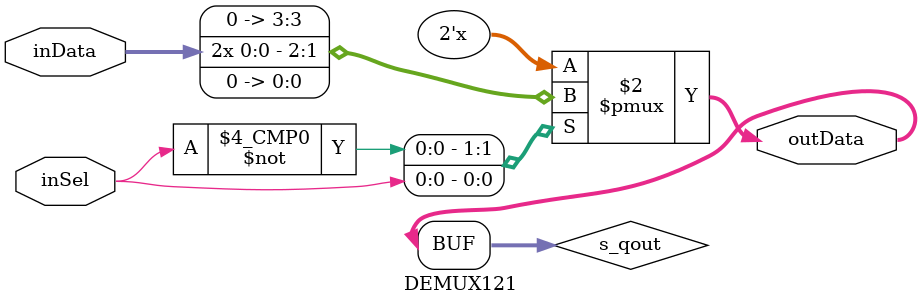
<source format=sv>

module DEMUX121 (
    input               inData  ,
    input 				inSel   ,      
    output	[1 : 0]		outData  
) ;
 
reg [1 : 0] s_qout;

assign outData   =  s_qout ;

always_comb begin : MUX

	case(inSel) 

		1'b0   : begin
			s_qout <= {1'b0, inData};
		end		
		1'b1   : begin
			s_qout <= {inData, 1'b0};
		end
		
	endcase
end

endmodule


</source>
